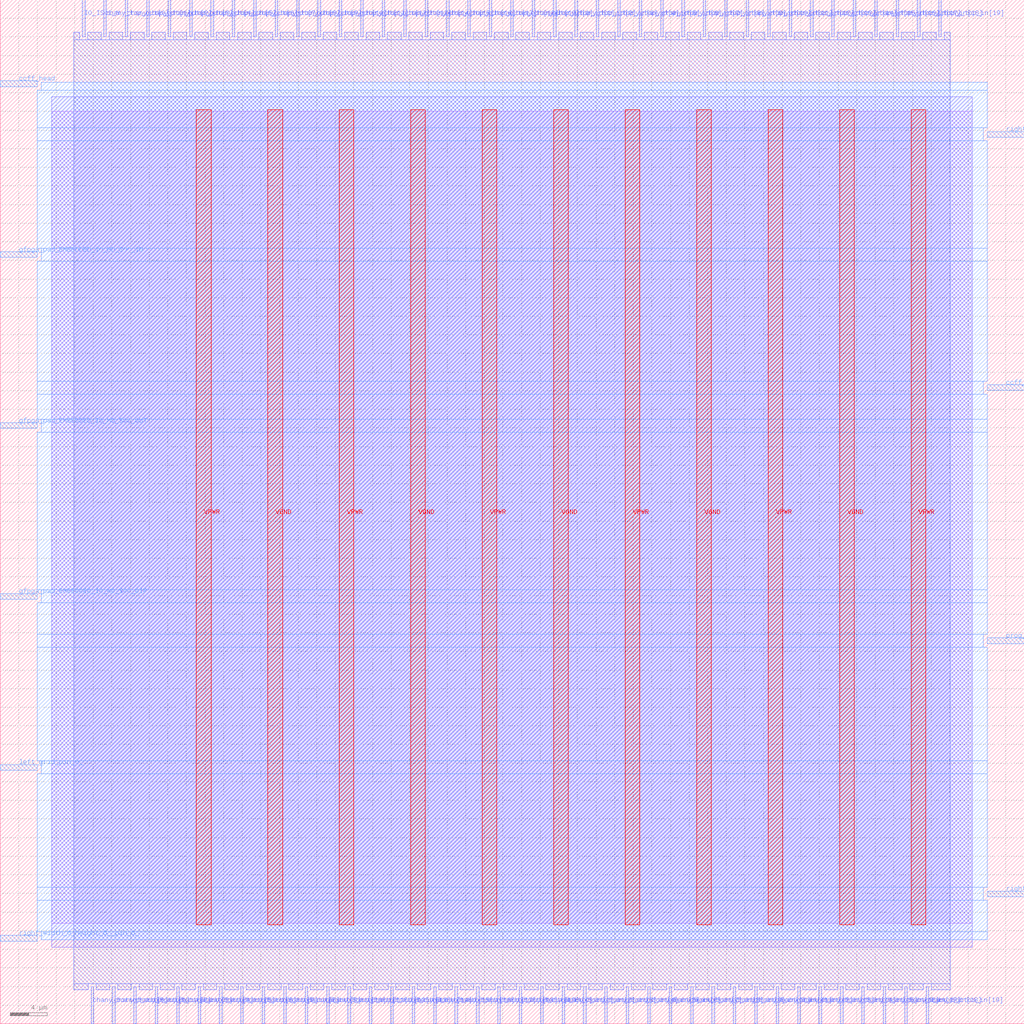
<source format=lef>
VERSION 5.7 ;
  NOWIREEXTENSIONATPIN ON ;
  DIVIDERCHAR "/" ;
  BUSBITCHARS "[]" ;
MACRO cby_0__1_
  CLASS BLOCK ;
  FOREIGN cby_0__1_ ;
  ORIGIN 0.000 0.000 ;
  SIZE 110.000 BY 110.000 ;
  PIN IO_ISOL_N
    DIRECTION INPUT ;
    USE SIGNAL ;
    PORT
      LAYER met2 ;
        RECT 8.830 106.000 9.110 110.000 ;
    END
  END IO_ISOL_N
  PIN VGND
    DIRECTION INOUT ;
    USE GROUND ;
    PORT
      LAYER met4 ;
        RECT 28.720 10.640 30.320 98.160 ;
    END
    PORT
      LAYER met4 ;
        RECT 44.080 10.640 45.680 98.160 ;
    END
    PORT
      LAYER met4 ;
        RECT 59.440 10.640 61.040 98.160 ;
    END
    PORT
      LAYER met4 ;
        RECT 74.800 10.640 76.400 98.160 ;
    END
    PORT
      LAYER met4 ;
        RECT 90.160 10.640 91.760 98.160 ;
    END
  END VGND
  PIN VPWR
    DIRECTION INOUT ;
    USE POWER ;
    PORT
      LAYER met4 ;
        RECT 21.040 10.640 22.640 98.160 ;
    END
    PORT
      LAYER met4 ;
        RECT 36.400 10.640 38.000 98.160 ;
    END
    PORT
      LAYER met4 ;
        RECT 51.760 10.640 53.360 98.160 ;
    END
    PORT
      LAYER met4 ;
        RECT 67.120 10.640 68.720 98.160 ;
    END
    PORT
      LAYER met4 ;
        RECT 82.480 10.640 84.080 98.160 ;
    END
    PORT
      LAYER met4 ;
        RECT 97.840 10.640 99.440 98.160 ;
    END
  END VPWR
  PIN ccff_head
    DIRECTION INPUT ;
    USE SIGNAL ;
    PORT
      LAYER met3 ;
        RECT 0.000 100.680 4.000 101.280 ;
    END
  END ccff_head
  PIN ccff_tail
    DIRECTION OUTPUT TRISTATE ;
    USE SIGNAL ;
    PORT
      LAYER met3 ;
        RECT 106.000 68.040 110.000 68.640 ;
    END
  END ccff_tail
  PIN chany_bottom_in[0]
    DIRECTION INPUT ;
    USE SIGNAL ;
    PORT
      LAYER met2 ;
        RECT 55.750 0.000 56.030 4.000 ;
    END
  END chany_bottom_in[0]
  PIN chany_bottom_in[10]
    DIRECTION INPUT ;
    USE SIGNAL ;
    PORT
      LAYER met2 ;
        RECT 78.750 0.000 79.030 4.000 ;
    END
  END chany_bottom_in[10]
  PIN chany_bottom_in[11]
    DIRECTION INPUT ;
    USE SIGNAL ;
    PORT
      LAYER met2 ;
        RECT 81.050 0.000 81.330 4.000 ;
    END
  END chany_bottom_in[11]
  PIN chany_bottom_in[12]
    DIRECTION INPUT ;
    USE SIGNAL ;
    PORT
      LAYER met2 ;
        RECT 83.350 0.000 83.630 4.000 ;
    END
  END chany_bottom_in[12]
  PIN chany_bottom_in[13]
    DIRECTION INPUT ;
    USE SIGNAL ;
    PORT
      LAYER met2 ;
        RECT 85.650 0.000 85.930 4.000 ;
    END
  END chany_bottom_in[13]
  PIN chany_bottom_in[14]
    DIRECTION INPUT ;
    USE SIGNAL ;
    PORT
      LAYER met2 ;
        RECT 87.950 0.000 88.230 4.000 ;
    END
  END chany_bottom_in[14]
  PIN chany_bottom_in[15]
    DIRECTION INPUT ;
    USE SIGNAL ;
    PORT
      LAYER met2 ;
        RECT 90.250 0.000 90.530 4.000 ;
    END
  END chany_bottom_in[15]
  PIN chany_bottom_in[16]
    DIRECTION INPUT ;
    USE SIGNAL ;
    PORT
      LAYER met2 ;
        RECT 92.550 0.000 92.830 4.000 ;
    END
  END chany_bottom_in[16]
  PIN chany_bottom_in[17]
    DIRECTION INPUT ;
    USE SIGNAL ;
    PORT
      LAYER met2 ;
        RECT 94.850 0.000 95.130 4.000 ;
    END
  END chany_bottom_in[17]
  PIN chany_bottom_in[18]
    DIRECTION INPUT ;
    USE SIGNAL ;
    PORT
      LAYER met2 ;
        RECT 97.150 0.000 97.430 4.000 ;
    END
  END chany_bottom_in[18]
  PIN chany_bottom_in[19]
    DIRECTION INPUT ;
    USE SIGNAL ;
    PORT
      LAYER met2 ;
        RECT 99.450 0.000 99.730 4.000 ;
    END
  END chany_bottom_in[19]
  PIN chany_bottom_in[1]
    DIRECTION INPUT ;
    USE SIGNAL ;
    PORT
      LAYER met2 ;
        RECT 58.050 0.000 58.330 4.000 ;
    END
  END chany_bottom_in[1]
  PIN chany_bottom_in[2]
    DIRECTION INPUT ;
    USE SIGNAL ;
    PORT
      LAYER met2 ;
        RECT 60.350 0.000 60.630 4.000 ;
    END
  END chany_bottom_in[2]
  PIN chany_bottom_in[3]
    DIRECTION INPUT ;
    USE SIGNAL ;
    PORT
      LAYER met2 ;
        RECT 62.650 0.000 62.930 4.000 ;
    END
  END chany_bottom_in[3]
  PIN chany_bottom_in[4]
    DIRECTION INPUT ;
    USE SIGNAL ;
    PORT
      LAYER met2 ;
        RECT 64.950 0.000 65.230 4.000 ;
    END
  END chany_bottom_in[4]
  PIN chany_bottom_in[5]
    DIRECTION INPUT ;
    USE SIGNAL ;
    PORT
      LAYER met2 ;
        RECT 67.250 0.000 67.530 4.000 ;
    END
  END chany_bottom_in[5]
  PIN chany_bottom_in[6]
    DIRECTION INPUT ;
    USE SIGNAL ;
    PORT
      LAYER met2 ;
        RECT 69.550 0.000 69.830 4.000 ;
    END
  END chany_bottom_in[6]
  PIN chany_bottom_in[7]
    DIRECTION INPUT ;
    USE SIGNAL ;
    PORT
      LAYER met2 ;
        RECT 71.850 0.000 72.130 4.000 ;
    END
  END chany_bottom_in[7]
  PIN chany_bottom_in[8]
    DIRECTION INPUT ;
    USE SIGNAL ;
    PORT
      LAYER met2 ;
        RECT 74.150 0.000 74.430 4.000 ;
    END
  END chany_bottom_in[8]
  PIN chany_bottom_in[9]
    DIRECTION INPUT ;
    USE SIGNAL ;
    PORT
      LAYER met2 ;
        RECT 76.450 0.000 76.730 4.000 ;
    END
  END chany_bottom_in[9]
  PIN chany_bottom_out[0]
    DIRECTION OUTPUT TRISTATE ;
    USE SIGNAL ;
    PORT
      LAYER met2 ;
        RECT 9.750 0.000 10.030 4.000 ;
    END
  END chany_bottom_out[0]
  PIN chany_bottom_out[10]
    DIRECTION OUTPUT TRISTATE ;
    USE SIGNAL ;
    PORT
      LAYER met2 ;
        RECT 32.750 0.000 33.030 4.000 ;
    END
  END chany_bottom_out[10]
  PIN chany_bottom_out[11]
    DIRECTION OUTPUT TRISTATE ;
    USE SIGNAL ;
    PORT
      LAYER met2 ;
        RECT 35.050 0.000 35.330 4.000 ;
    END
  END chany_bottom_out[11]
  PIN chany_bottom_out[12]
    DIRECTION OUTPUT TRISTATE ;
    USE SIGNAL ;
    PORT
      LAYER met2 ;
        RECT 37.350 0.000 37.630 4.000 ;
    END
  END chany_bottom_out[12]
  PIN chany_bottom_out[13]
    DIRECTION OUTPUT TRISTATE ;
    USE SIGNAL ;
    PORT
      LAYER met2 ;
        RECT 39.650 0.000 39.930 4.000 ;
    END
  END chany_bottom_out[13]
  PIN chany_bottom_out[14]
    DIRECTION OUTPUT TRISTATE ;
    USE SIGNAL ;
    PORT
      LAYER met2 ;
        RECT 41.950 0.000 42.230 4.000 ;
    END
  END chany_bottom_out[14]
  PIN chany_bottom_out[15]
    DIRECTION OUTPUT TRISTATE ;
    USE SIGNAL ;
    PORT
      LAYER met2 ;
        RECT 44.250 0.000 44.530 4.000 ;
    END
  END chany_bottom_out[15]
  PIN chany_bottom_out[16]
    DIRECTION OUTPUT TRISTATE ;
    USE SIGNAL ;
    PORT
      LAYER met2 ;
        RECT 46.550 0.000 46.830 4.000 ;
    END
  END chany_bottom_out[16]
  PIN chany_bottom_out[17]
    DIRECTION OUTPUT TRISTATE ;
    USE SIGNAL ;
    PORT
      LAYER met2 ;
        RECT 48.850 0.000 49.130 4.000 ;
    END
  END chany_bottom_out[17]
  PIN chany_bottom_out[18]
    DIRECTION OUTPUT TRISTATE ;
    USE SIGNAL ;
    PORT
      LAYER met2 ;
        RECT 51.150 0.000 51.430 4.000 ;
    END
  END chany_bottom_out[18]
  PIN chany_bottom_out[19]
    DIRECTION OUTPUT TRISTATE ;
    USE SIGNAL ;
    PORT
      LAYER met2 ;
        RECT 53.450 0.000 53.730 4.000 ;
    END
  END chany_bottom_out[19]
  PIN chany_bottom_out[1]
    DIRECTION OUTPUT TRISTATE ;
    USE SIGNAL ;
    PORT
      LAYER met2 ;
        RECT 12.050 0.000 12.330 4.000 ;
    END
  END chany_bottom_out[1]
  PIN chany_bottom_out[2]
    DIRECTION OUTPUT TRISTATE ;
    USE SIGNAL ;
    PORT
      LAYER met2 ;
        RECT 14.350 0.000 14.630 4.000 ;
    END
  END chany_bottom_out[2]
  PIN chany_bottom_out[3]
    DIRECTION OUTPUT TRISTATE ;
    USE SIGNAL ;
    PORT
      LAYER met2 ;
        RECT 16.650 0.000 16.930 4.000 ;
    END
  END chany_bottom_out[3]
  PIN chany_bottom_out[4]
    DIRECTION OUTPUT TRISTATE ;
    USE SIGNAL ;
    PORT
      LAYER met2 ;
        RECT 18.950 0.000 19.230 4.000 ;
    END
  END chany_bottom_out[4]
  PIN chany_bottom_out[5]
    DIRECTION OUTPUT TRISTATE ;
    USE SIGNAL ;
    PORT
      LAYER met2 ;
        RECT 21.250 0.000 21.530 4.000 ;
    END
  END chany_bottom_out[5]
  PIN chany_bottom_out[6]
    DIRECTION OUTPUT TRISTATE ;
    USE SIGNAL ;
    PORT
      LAYER met2 ;
        RECT 23.550 0.000 23.830 4.000 ;
    END
  END chany_bottom_out[6]
  PIN chany_bottom_out[7]
    DIRECTION OUTPUT TRISTATE ;
    USE SIGNAL ;
    PORT
      LAYER met2 ;
        RECT 25.850 0.000 26.130 4.000 ;
    END
  END chany_bottom_out[7]
  PIN chany_bottom_out[8]
    DIRECTION OUTPUT TRISTATE ;
    USE SIGNAL ;
    PORT
      LAYER met2 ;
        RECT 28.150 0.000 28.430 4.000 ;
    END
  END chany_bottom_out[8]
  PIN chany_bottom_out[9]
    DIRECTION OUTPUT TRISTATE ;
    USE SIGNAL ;
    PORT
      LAYER met2 ;
        RECT 30.450 0.000 30.730 4.000 ;
    END
  END chany_bottom_out[9]
  PIN chany_top_in[0]
    DIRECTION INPUT ;
    USE SIGNAL ;
    PORT
      LAYER met2 ;
        RECT 57.130 106.000 57.410 110.000 ;
    END
  END chany_top_in[0]
  PIN chany_top_in[10]
    DIRECTION INPUT ;
    USE SIGNAL ;
    PORT
      LAYER met2 ;
        RECT 80.130 106.000 80.410 110.000 ;
    END
  END chany_top_in[10]
  PIN chany_top_in[11]
    DIRECTION INPUT ;
    USE SIGNAL ;
    PORT
      LAYER met2 ;
        RECT 82.430 106.000 82.710 110.000 ;
    END
  END chany_top_in[11]
  PIN chany_top_in[12]
    DIRECTION INPUT ;
    USE SIGNAL ;
    PORT
      LAYER met2 ;
        RECT 84.730 106.000 85.010 110.000 ;
    END
  END chany_top_in[12]
  PIN chany_top_in[13]
    DIRECTION INPUT ;
    USE SIGNAL ;
    PORT
      LAYER met2 ;
        RECT 87.030 106.000 87.310 110.000 ;
    END
  END chany_top_in[13]
  PIN chany_top_in[14]
    DIRECTION INPUT ;
    USE SIGNAL ;
    PORT
      LAYER met2 ;
        RECT 89.330 106.000 89.610 110.000 ;
    END
  END chany_top_in[14]
  PIN chany_top_in[15]
    DIRECTION INPUT ;
    USE SIGNAL ;
    PORT
      LAYER met2 ;
        RECT 91.630 106.000 91.910 110.000 ;
    END
  END chany_top_in[15]
  PIN chany_top_in[16]
    DIRECTION INPUT ;
    USE SIGNAL ;
    PORT
      LAYER met2 ;
        RECT 93.930 106.000 94.210 110.000 ;
    END
  END chany_top_in[16]
  PIN chany_top_in[17]
    DIRECTION INPUT ;
    USE SIGNAL ;
    PORT
      LAYER met2 ;
        RECT 96.230 106.000 96.510 110.000 ;
    END
  END chany_top_in[17]
  PIN chany_top_in[18]
    DIRECTION INPUT ;
    USE SIGNAL ;
    PORT
      LAYER met2 ;
        RECT 98.530 106.000 98.810 110.000 ;
    END
  END chany_top_in[18]
  PIN chany_top_in[19]
    DIRECTION INPUT ;
    USE SIGNAL ;
    PORT
      LAYER met2 ;
        RECT 100.830 106.000 101.110 110.000 ;
    END
  END chany_top_in[19]
  PIN chany_top_in[1]
    DIRECTION INPUT ;
    USE SIGNAL ;
    PORT
      LAYER met2 ;
        RECT 59.430 106.000 59.710 110.000 ;
    END
  END chany_top_in[1]
  PIN chany_top_in[2]
    DIRECTION INPUT ;
    USE SIGNAL ;
    PORT
      LAYER met2 ;
        RECT 61.730 106.000 62.010 110.000 ;
    END
  END chany_top_in[2]
  PIN chany_top_in[3]
    DIRECTION INPUT ;
    USE SIGNAL ;
    PORT
      LAYER met2 ;
        RECT 64.030 106.000 64.310 110.000 ;
    END
  END chany_top_in[3]
  PIN chany_top_in[4]
    DIRECTION INPUT ;
    USE SIGNAL ;
    PORT
      LAYER met2 ;
        RECT 66.330 106.000 66.610 110.000 ;
    END
  END chany_top_in[4]
  PIN chany_top_in[5]
    DIRECTION INPUT ;
    USE SIGNAL ;
    PORT
      LAYER met2 ;
        RECT 68.630 106.000 68.910 110.000 ;
    END
  END chany_top_in[5]
  PIN chany_top_in[6]
    DIRECTION INPUT ;
    USE SIGNAL ;
    PORT
      LAYER met2 ;
        RECT 70.930 106.000 71.210 110.000 ;
    END
  END chany_top_in[6]
  PIN chany_top_in[7]
    DIRECTION INPUT ;
    USE SIGNAL ;
    PORT
      LAYER met2 ;
        RECT 73.230 106.000 73.510 110.000 ;
    END
  END chany_top_in[7]
  PIN chany_top_in[8]
    DIRECTION INPUT ;
    USE SIGNAL ;
    PORT
      LAYER met2 ;
        RECT 75.530 106.000 75.810 110.000 ;
    END
  END chany_top_in[8]
  PIN chany_top_in[9]
    DIRECTION INPUT ;
    USE SIGNAL ;
    PORT
      LAYER met2 ;
        RECT 77.830 106.000 78.110 110.000 ;
    END
  END chany_top_in[9]
  PIN chany_top_out[0]
    DIRECTION OUTPUT TRISTATE ;
    USE SIGNAL ;
    PORT
      LAYER met2 ;
        RECT 11.130 106.000 11.410 110.000 ;
    END
  END chany_top_out[0]
  PIN chany_top_out[10]
    DIRECTION OUTPUT TRISTATE ;
    USE SIGNAL ;
    PORT
      LAYER met2 ;
        RECT 34.130 106.000 34.410 110.000 ;
    END
  END chany_top_out[10]
  PIN chany_top_out[11]
    DIRECTION OUTPUT TRISTATE ;
    USE SIGNAL ;
    PORT
      LAYER met2 ;
        RECT 36.430 106.000 36.710 110.000 ;
    END
  END chany_top_out[11]
  PIN chany_top_out[12]
    DIRECTION OUTPUT TRISTATE ;
    USE SIGNAL ;
    PORT
      LAYER met2 ;
        RECT 38.730 106.000 39.010 110.000 ;
    END
  END chany_top_out[12]
  PIN chany_top_out[13]
    DIRECTION OUTPUT TRISTATE ;
    USE SIGNAL ;
    PORT
      LAYER met2 ;
        RECT 41.030 106.000 41.310 110.000 ;
    END
  END chany_top_out[13]
  PIN chany_top_out[14]
    DIRECTION OUTPUT TRISTATE ;
    USE SIGNAL ;
    PORT
      LAYER met2 ;
        RECT 43.330 106.000 43.610 110.000 ;
    END
  END chany_top_out[14]
  PIN chany_top_out[15]
    DIRECTION OUTPUT TRISTATE ;
    USE SIGNAL ;
    PORT
      LAYER met2 ;
        RECT 45.630 106.000 45.910 110.000 ;
    END
  END chany_top_out[15]
  PIN chany_top_out[16]
    DIRECTION OUTPUT TRISTATE ;
    USE SIGNAL ;
    PORT
      LAYER met2 ;
        RECT 47.930 106.000 48.210 110.000 ;
    END
  END chany_top_out[16]
  PIN chany_top_out[17]
    DIRECTION OUTPUT TRISTATE ;
    USE SIGNAL ;
    PORT
      LAYER met2 ;
        RECT 50.230 106.000 50.510 110.000 ;
    END
  END chany_top_out[17]
  PIN chany_top_out[18]
    DIRECTION OUTPUT TRISTATE ;
    USE SIGNAL ;
    PORT
      LAYER met2 ;
        RECT 52.530 106.000 52.810 110.000 ;
    END
  END chany_top_out[18]
  PIN chany_top_out[19]
    DIRECTION OUTPUT TRISTATE ;
    USE SIGNAL ;
    PORT
      LAYER met2 ;
        RECT 54.830 106.000 55.110 110.000 ;
    END
  END chany_top_out[19]
  PIN chany_top_out[1]
    DIRECTION OUTPUT TRISTATE ;
    USE SIGNAL ;
    PORT
      LAYER met2 ;
        RECT 13.430 106.000 13.710 110.000 ;
    END
  END chany_top_out[1]
  PIN chany_top_out[2]
    DIRECTION OUTPUT TRISTATE ;
    USE SIGNAL ;
    PORT
      LAYER met2 ;
        RECT 15.730 106.000 16.010 110.000 ;
    END
  END chany_top_out[2]
  PIN chany_top_out[3]
    DIRECTION OUTPUT TRISTATE ;
    USE SIGNAL ;
    PORT
      LAYER met2 ;
        RECT 18.030 106.000 18.310 110.000 ;
    END
  END chany_top_out[3]
  PIN chany_top_out[4]
    DIRECTION OUTPUT TRISTATE ;
    USE SIGNAL ;
    PORT
      LAYER met2 ;
        RECT 20.330 106.000 20.610 110.000 ;
    END
  END chany_top_out[4]
  PIN chany_top_out[5]
    DIRECTION OUTPUT TRISTATE ;
    USE SIGNAL ;
    PORT
      LAYER met2 ;
        RECT 22.630 106.000 22.910 110.000 ;
    END
  END chany_top_out[5]
  PIN chany_top_out[6]
    DIRECTION OUTPUT TRISTATE ;
    USE SIGNAL ;
    PORT
      LAYER met2 ;
        RECT 24.930 106.000 25.210 110.000 ;
    END
  END chany_top_out[6]
  PIN chany_top_out[7]
    DIRECTION OUTPUT TRISTATE ;
    USE SIGNAL ;
    PORT
      LAYER met2 ;
        RECT 27.230 106.000 27.510 110.000 ;
    END
  END chany_top_out[7]
  PIN chany_top_out[8]
    DIRECTION OUTPUT TRISTATE ;
    USE SIGNAL ;
    PORT
      LAYER met2 ;
        RECT 29.530 106.000 29.810 110.000 ;
    END
  END chany_top_out[8]
  PIN chany_top_out[9]
    DIRECTION OUTPUT TRISTATE ;
    USE SIGNAL ;
    PORT
      LAYER met2 ;
        RECT 31.830 106.000 32.110 110.000 ;
    END
  END chany_top_out[9]
  PIN gfpga_pad_EMBEDDED_IO_HD_SOC_DIR
    DIRECTION OUTPUT TRISTATE ;
    USE SIGNAL ;
    PORT
      LAYER met3 ;
        RECT 0.000 45.600 4.000 46.200 ;
    END
  END gfpga_pad_EMBEDDED_IO_HD_SOC_DIR
  PIN gfpga_pad_EMBEDDED_IO_HD_SOC_IN
    DIRECTION INPUT ;
    USE SIGNAL ;
    PORT
      LAYER met3 ;
        RECT 0.000 82.320 4.000 82.920 ;
    END
  END gfpga_pad_EMBEDDED_IO_HD_SOC_IN
  PIN gfpga_pad_EMBEDDED_IO_HD_SOC_OUT
    DIRECTION OUTPUT TRISTATE ;
    USE SIGNAL ;
    PORT
      LAYER met3 ;
        RECT 0.000 63.960 4.000 64.560 ;
    END
  END gfpga_pad_EMBEDDED_IO_HD_SOC_OUT
  PIN left_grid_pin_0_
    DIRECTION OUTPUT TRISTATE ;
    USE SIGNAL ;
    PORT
      LAYER met3 ;
        RECT 0.000 27.240 4.000 27.840 ;
    END
  END left_grid_pin_0_
  PIN prog_clk_0_E_in
    DIRECTION INPUT ;
    USE SIGNAL ;
    PORT
      LAYER met3 ;
        RECT 106.000 40.840 110.000 41.440 ;
    END
  END prog_clk_0_E_in
  PIN right_width_0_height_0__pin_0_
    DIRECTION INPUT ;
    USE SIGNAL ;
    PORT
      LAYER met3 ;
        RECT 0.000 8.880 4.000 9.480 ;
    END
  END right_width_0_height_0__pin_0_
  PIN right_width_0_height_0__pin_1_lower
    DIRECTION OUTPUT TRISTATE ;
    USE SIGNAL ;
    PORT
      LAYER met3 ;
        RECT 106.000 13.640 110.000 14.240 ;
    END
  END right_width_0_height_0__pin_1_lower
  PIN right_width_0_height_0__pin_1_upper
    DIRECTION OUTPUT TRISTATE ;
    USE SIGNAL ;
    PORT
      LAYER met3 ;
        RECT 106.000 95.240 110.000 95.840 ;
    END
  END right_width_0_height_0__pin_1_upper
  OBS
      LAYER li1 ;
        RECT 5.520 10.795 104.420 98.005 ;
      LAYER met1 ;
        RECT 5.520 8.200 104.420 99.580 ;
      LAYER met2 ;
        RECT 7.910 105.720 8.550 106.490 ;
        RECT 9.390 105.720 10.850 106.490 ;
        RECT 11.690 105.720 13.150 106.490 ;
        RECT 13.990 105.720 15.450 106.490 ;
        RECT 16.290 105.720 17.750 106.490 ;
        RECT 18.590 105.720 20.050 106.490 ;
        RECT 20.890 105.720 22.350 106.490 ;
        RECT 23.190 105.720 24.650 106.490 ;
        RECT 25.490 105.720 26.950 106.490 ;
        RECT 27.790 105.720 29.250 106.490 ;
        RECT 30.090 105.720 31.550 106.490 ;
        RECT 32.390 105.720 33.850 106.490 ;
        RECT 34.690 105.720 36.150 106.490 ;
        RECT 36.990 105.720 38.450 106.490 ;
        RECT 39.290 105.720 40.750 106.490 ;
        RECT 41.590 105.720 43.050 106.490 ;
        RECT 43.890 105.720 45.350 106.490 ;
        RECT 46.190 105.720 47.650 106.490 ;
        RECT 48.490 105.720 49.950 106.490 ;
        RECT 50.790 105.720 52.250 106.490 ;
        RECT 53.090 105.720 54.550 106.490 ;
        RECT 55.390 105.720 56.850 106.490 ;
        RECT 57.690 105.720 59.150 106.490 ;
        RECT 59.990 105.720 61.450 106.490 ;
        RECT 62.290 105.720 63.750 106.490 ;
        RECT 64.590 105.720 66.050 106.490 ;
        RECT 66.890 105.720 68.350 106.490 ;
        RECT 69.190 105.720 70.650 106.490 ;
        RECT 71.490 105.720 72.950 106.490 ;
        RECT 73.790 105.720 75.250 106.490 ;
        RECT 76.090 105.720 77.550 106.490 ;
        RECT 78.390 105.720 79.850 106.490 ;
        RECT 80.690 105.720 82.150 106.490 ;
        RECT 82.990 105.720 84.450 106.490 ;
        RECT 85.290 105.720 86.750 106.490 ;
        RECT 87.590 105.720 89.050 106.490 ;
        RECT 89.890 105.720 91.350 106.490 ;
        RECT 92.190 105.720 93.650 106.490 ;
        RECT 94.490 105.720 95.950 106.490 ;
        RECT 96.790 105.720 98.250 106.490 ;
        RECT 99.090 105.720 100.550 106.490 ;
        RECT 101.390 105.720 102.030 106.490 ;
        RECT 7.910 4.280 102.030 105.720 ;
        RECT 7.910 3.670 9.470 4.280 ;
        RECT 10.310 3.670 11.770 4.280 ;
        RECT 12.610 3.670 14.070 4.280 ;
        RECT 14.910 3.670 16.370 4.280 ;
        RECT 17.210 3.670 18.670 4.280 ;
        RECT 19.510 3.670 20.970 4.280 ;
        RECT 21.810 3.670 23.270 4.280 ;
        RECT 24.110 3.670 25.570 4.280 ;
        RECT 26.410 3.670 27.870 4.280 ;
        RECT 28.710 3.670 30.170 4.280 ;
        RECT 31.010 3.670 32.470 4.280 ;
        RECT 33.310 3.670 34.770 4.280 ;
        RECT 35.610 3.670 37.070 4.280 ;
        RECT 37.910 3.670 39.370 4.280 ;
        RECT 40.210 3.670 41.670 4.280 ;
        RECT 42.510 3.670 43.970 4.280 ;
        RECT 44.810 3.670 46.270 4.280 ;
        RECT 47.110 3.670 48.570 4.280 ;
        RECT 49.410 3.670 50.870 4.280 ;
        RECT 51.710 3.670 53.170 4.280 ;
        RECT 54.010 3.670 55.470 4.280 ;
        RECT 56.310 3.670 57.770 4.280 ;
        RECT 58.610 3.670 60.070 4.280 ;
        RECT 60.910 3.670 62.370 4.280 ;
        RECT 63.210 3.670 64.670 4.280 ;
        RECT 65.510 3.670 66.970 4.280 ;
        RECT 67.810 3.670 69.270 4.280 ;
        RECT 70.110 3.670 71.570 4.280 ;
        RECT 72.410 3.670 73.870 4.280 ;
        RECT 74.710 3.670 76.170 4.280 ;
        RECT 77.010 3.670 78.470 4.280 ;
        RECT 79.310 3.670 80.770 4.280 ;
        RECT 81.610 3.670 83.070 4.280 ;
        RECT 83.910 3.670 85.370 4.280 ;
        RECT 86.210 3.670 87.670 4.280 ;
        RECT 88.510 3.670 89.970 4.280 ;
        RECT 90.810 3.670 92.270 4.280 ;
        RECT 93.110 3.670 94.570 4.280 ;
        RECT 95.410 3.670 96.870 4.280 ;
        RECT 97.710 3.670 99.170 4.280 ;
        RECT 100.010 3.670 102.030 4.280 ;
      LAYER met3 ;
        RECT 4.400 100.280 106.000 101.145 ;
        RECT 4.000 96.240 106.000 100.280 ;
        RECT 4.000 94.840 105.600 96.240 ;
        RECT 4.000 83.320 106.000 94.840 ;
        RECT 4.400 81.920 106.000 83.320 ;
        RECT 4.000 69.040 106.000 81.920 ;
        RECT 4.000 67.640 105.600 69.040 ;
        RECT 4.000 64.960 106.000 67.640 ;
        RECT 4.400 63.560 106.000 64.960 ;
        RECT 4.000 46.600 106.000 63.560 ;
        RECT 4.400 45.200 106.000 46.600 ;
        RECT 4.000 41.840 106.000 45.200 ;
        RECT 4.000 40.440 105.600 41.840 ;
        RECT 4.000 28.240 106.000 40.440 ;
        RECT 4.400 26.840 106.000 28.240 ;
        RECT 4.000 14.640 106.000 26.840 ;
        RECT 4.000 13.240 105.600 14.640 ;
        RECT 4.000 9.880 106.000 13.240 ;
        RECT 4.400 9.015 106.000 9.880 ;
  END
END cby_0__1_
END LIBRARY


</source>
